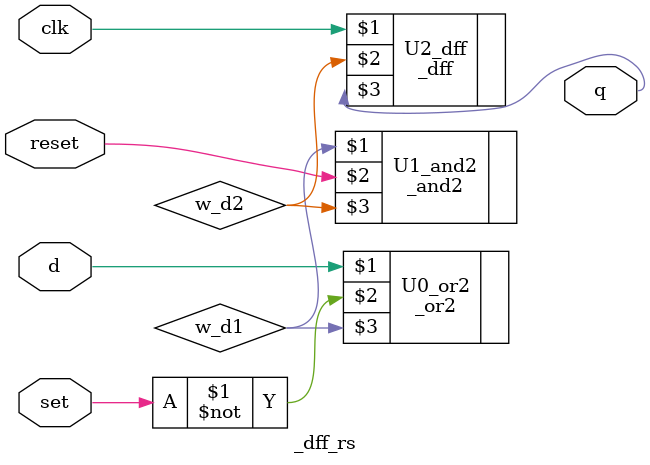
<source format=v>
module _dff_rs(clk,set,reset,d,q);
	input clk,set,reset,d;
	output q;
	
	wire w_d1,w_d2;
	
	_or2 U0_or2(d,~set,w_d1); //for active-low
	_and2 U1_and2(w_d1,reset,w_d2);
	_dff U2_dff(clk,w_d2,q);
endmodule
</source>
